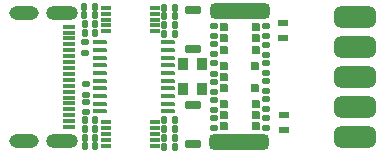
<source format=gts>
G04 Layer: TopSolderMaskLayer*
G04 EasyEDA Pro v2.2.20.32, 2024-06-04 01:45:36*
G04 Gerber Generator version 0.3*
G04 Scale: 100 percent, Rotated: No, Reflected: No*
G04 Dimensions in millimeters*
G04 Leading zeros omitted, absolute positions, 3 integers and 5 decimals*
%FSLAX35Y35*%
%MOMM*%
%AMRoundRect*1,1,$1,$2,$3*1,1,$1,$4,$5*1,1,$1,0-$2,0-$3*1,1,$1,0-$4,0-$5*20,1,$1,$2,$3,$4,$5,0*20,1,$1,$4,$5,0-$2,0-$3,0*20,1,$1,0-$2,0-$3,0-$4,0-$5,0*20,1,$1,0-$4,0-$5,$2,$3,0*4,1,4,$2,$3,$4,$5,0-$2,0-$3,0-$4,0-$5,$2,$3,0*%
%ADD10RoundRect,0.82506X-2.13847X0.24347X2.13847X0.24347*%
%ADD11RoundRect,0.14722X0.4264X0.1264X0.4264X-0.1264*%
%ADD12O,2.70002X1.20002*%
%ADD13O,2.50002X1.20002*%
%ADD14RoundRect,1.11981X-1.24109X-0.34109X-1.24109X0.34109*%
%ADD15RoundRect,0.2304X-0.2056X-0.1106X-0.2056X0.1106*%
%ADD16RoundRect,0.2304X-0.1106X0.2056X0.1106X0.2056*%
%ADD17RoundRect,0.2304X0.1106X-0.2056X-0.1106X-0.2056*%
%ADD18RoundRect,0.2304X0.2056X0.1106X0.2056X-0.1106*%
%ADD19RoundRect,0.19533X-0.60334X-0.20334X-0.60334X0.20334*%
%ADD20RoundRect,0.21778X0.24211X-0.24211X-0.24211X-0.24211*%
%ADD21RoundRect,0.1364X-0.3328X-0.1078X-0.3328X0.1078*%
%ADD22RoundRect,0.1364X0.3328X0.1078X0.3328X-0.1078*%
%ADD23RoundRect,0.14869X0.47665X0.12665X0.47665X-0.12665*%
%ADD24RoundRect,0.26012X-0.31995X-0.41995X-0.31995X0.41995*%
%ADD25RoundRect,0.21778X-0.24211X0.24211X0.24211X0.24211*%
%ADD26RoundRect,0.21778X0.24211X-0.24211X-0.24211X-0.24211*%
%ADD27RoundRect,0.16066X-0.37067X0.14567X0.37067X0.14567*%
%ADD28RoundRect,0.16066X0.37067X-0.14567X-0.37067X-0.14567*%
%ADD29RoundRect,0.16036X-0.14562X0.22062X0.14562X0.22062*%
G75*


G04 Pad Start*
G54D10*
G01X473008Y556079D03*
G01X472035Y-555222D03*
G54D11*
G01X-967154Y375006D03*
G01X-967154Y424993D03*
G01X-967154Y275006D03*
G01X-967154Y175006D03*
G01X-967154Y75006D03*
G01X-967154Y-75006D03*
G01X-967154Y-175006D03*
G01X-967154Y-275006D03*
G01X-967154Y-375006D03*
G01X-967154Y-324993D03*
G01X-967154Y-424993D03*
G01X-967154Y-224993D03*
G01X-967154Y-124993D03*
G01X-967154Y-24994D03*
G01X-967154Y24994D03*
G01X-967154Y124993D03*
G01X-967154Y224993D03*
G01X-967154Y324993D03*
G54D12*
G01X-1029155Y540004D03*
G54D13*
G01X-1352141Y540004D03*
G01X-1352167Y-540004D03*
G54D12*
G01X-1029155Y-540004D03*
G54D14*
G01X1449700Y0D03*
G01X1449700Y254000D03*
G01X1449700Y508000D03*
G01X1449700Y-508000D03*
G01X1449700Y-254000D03*
G54D15*
G01X255001Y-130942D03*
G01X255001Y-44378D03*
G01X693143Y31718D03*
G01X693143Y118281D03*
G54D16*
G01X-163281Y586854D03*
G01X-76718Y586854D03*
G01X-163281Y366855D03*
G01X-76718Y366855D03*
G54D17*
G01X-76558Y-589998D03*
G01X-163121Y-589998D03*
G54D18*
G01X-828938Y-209218D03*
G01X-828938Y-295781D03*
G54D16*
G01X-838280Y446060D03*
G01X-751717Y446060D03*
G54D17*
G01X-751717Y368939D03*
G01X-838280Y368939D03*
G54D16*
G01X-163281Y-513939D03*
G01X-76718Y-513939D03*
G01X-163281Y-438939D03*
G01X-76718Y-438939D03*
G54D15*
G01X-831059Y204218D03*
G01X-831059Y290781D03*
G54D18*
G01X693594Y-31723D03*
G01X693594Y-118286D03*
G54D15*
G01X-828601Y-150783D03*
G01X-828601Y-64220D03*
G54D16*
G01X-163281Y516059D03*
G01X-76718Y516059D03*
G01X-163281Y441060D03*
G01X-76718Y441060D03*
G54D17*
G01X-76718Y-366060D03*
G01X-163281Y-366060D03*
G54D19*
G01X75000Y565048D03*
G01X75000Y234950D03*
G01X75000Y-234950D03*
G01X75000Y-565048D03*
G54D20*
G01X602509Y-96859D03*
G01X602509Y93133D03*
G01X342489Y93133D03*
G01X342489Y-96859D03*
G01X342489Y-1863D03*
G54D21*
G01X-239001Y-584999D03*
G01X-239001Y-534986D03*
G01X-239001Y-484999D03*
G01X-239001Y-434986D03*
G01X-239001Y-384999D03*
G01X-660997Y-584999D03*
G01X-660997Y-534986D03*
G01X-660997Y-484999D03*
G01X-660997Y-434986D03*
G01X-660997Y-384999D03*
G54D22*
G01X-660997Y584999D03*
G01X-660997Y534986D03*
G01X-660997Y484999D03*
G01X-660997Y434986D03*
G01X-660997Y384999D03*
G01X-239001Y584999D03*
G01X-239001Y534986D03*
G01X-239001Y484999D03*
G01X-239001Y434986D03*
G01X-239001Y384999D03*
G54D23*
G01X-707095Y292506D03*
G01X-707095Y227508D03*
G01X-707095Y162509D03*
G01X-707095Y97511D03*
G01X-707095Y32487D03*
G01X-707095Y-32512D03*
G01X-707095Y-97511D03*
G01X-707095Y-162509D03*
G01X-707095Y-227508D03*
G01X-707095Y-292506D03*
G01X-132903Y292506D03*
G01X-132903Y227508D03*
G01X-132903Y162509D03*
G01X-132903Y97511D03*
G01X-132903Y32487D03*
G01X-132903Y-32512D03*
G01X-132903Y-97511D03*
G01X-132903Y-162509D03*
G01X-132903Y-227508D03*
G01X-132903Y-292506D03*
G54D15*
G01X255644Y191718D03*
G01X255644Y278281D03*
G54D24*
G01X-6857Y-103141D03*
G01X158139Y-103141D03*
G01X158139Y106857D03*
G01X-6857Y106857D03*
G54D18*
G01X254998Y433441D03*
G01X254998Y346877D03*
G54D25*
G01X610000Y419995D03*
G01X610000Y324999D03*
G01X610000Y230003D03*
G01X339998Y230003D03*
G01X339998Y324999D03*
G01X339998Y419995D03*
G54D18*
G01X694999Y433442D03*
G01X694999Y346879D03*
G54D15*
G01X693938Y186718D03*
G01X693938Y273281D03*
G01X693938Y-273281D03*
G01X693938Y-186718D03*
G01X695002Y-433442D03*
G01X695002Y-346879D03*
G54D26*
G01X339998Y-419995D03*
G01X339998Y-324999D03*
G01X339998Y-230003D03*
G01X610000Y-230003D03*
G01X610000Y-324999D03*
G01X610000Y-419995D03*
G54D27*
G01X848326Y-449989D03*
G01X847625Y-319989D03*
G54D28*
G01X844645Y460042D03*
G01X845346Y330043D03*
G54D15*
G01X255001Y-433442D03*
G01X255001Y-346879D03*
G01X255001Y-283442D03*
G01X255001Y-196879D03*
G54D17*
G01X-751723Y-588800D03*
G01X-838286Y-588800D03*
G01X-751723Y-438801D03*
G01X-838286Y-438801D03*
G01X-751723Y-514596D03*
G01X-838286Y-514596D03*
G01X-751723Y-363006D03*
G01X-838286Y-363006D03*
G54D29*
G01X-841041Y592646D03*
G01X-748636Y592646D03*
G01X-841201Y519999D03*
G01X-748796Y519999D03*
G54D18*
G01X256853Y113139D03*
G01X256853Y26576D03*
G04 Pad End*

M02*


</source>
